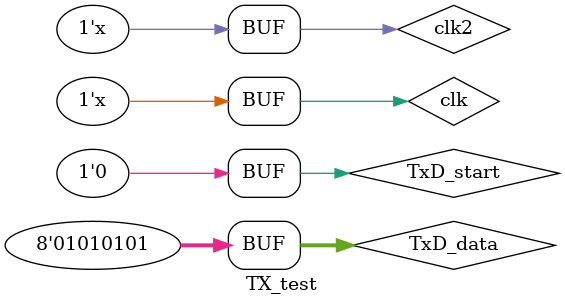
<source format=v>
`timescale 1ns / 1ps


module TX_test;

	// Inputs
	reg clk;
	reg clk2;
	reg TxD_start;
	reg [7:0] TxD_data;


	// Outputs
	//wire TxD;
	wire TxD_busy;
	wire [7:0] RxD_data;
	wire RxD_idle;
	wire RxD_endofpacket;
	wire RxD_data_ready;

	// Instantiate the Unit Under Test (UUT)
	async_transmitter uut (
		.clk(clk), 
		.TxD_start(TxD_start), 
		.TxD_data(TxD_data), 
		.TxD(TxD), 
		.TxD_busy(TxD_busy)
	);
	
	async_receiver uut2 (
		.clk(clk2),
		.RxD(TxD),
		.RxD_data_ready(RxD_data_ready),
		.RxD_endofpacket(RxD_endofpacket),
		.RxD_data(RxD_data),
		.RxD_idle(RxD_idle)
	);

	initial begin
		// Initialize Inputs
		clk = 0;
		clk2 = 0;
		TxD_start = 0;
		TxD_data = 0;

		// Wait 100 ns for global reset to finish
		#100;
		TxD_data = 8'b01010101;
		TxD_start  = 1'b1;
		#10;
		TxD_start = 1'b0;
        
		// Add stimulus here

	end
	
	always #5 clk = ~clk;
	always #5 clk2 = ~clk2;
      
endmodule


</source>
